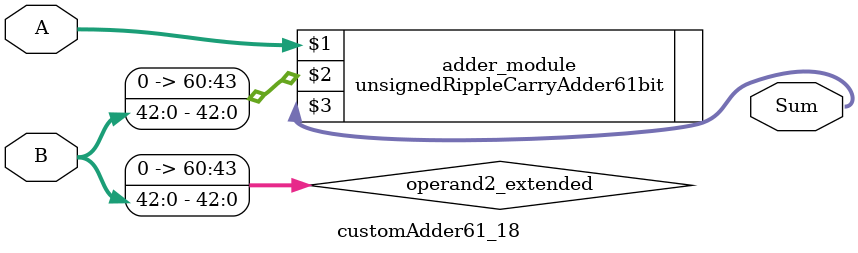
<source format=v>
module customAdder61_18(
                        input [60 : 0] A,
                        input [42 : 0] B,
                        
                        output [61 : 0] Sum
                );

        wire [60 : 0] operand2_extended;
        
        assign operand2_extended =  {18'b0, B};
        
        unsignedRippleCarryAdder61bit adder_module(
            A,
            operand2_extended,
            Sum
        );
        
        endmodule
        
</source>
